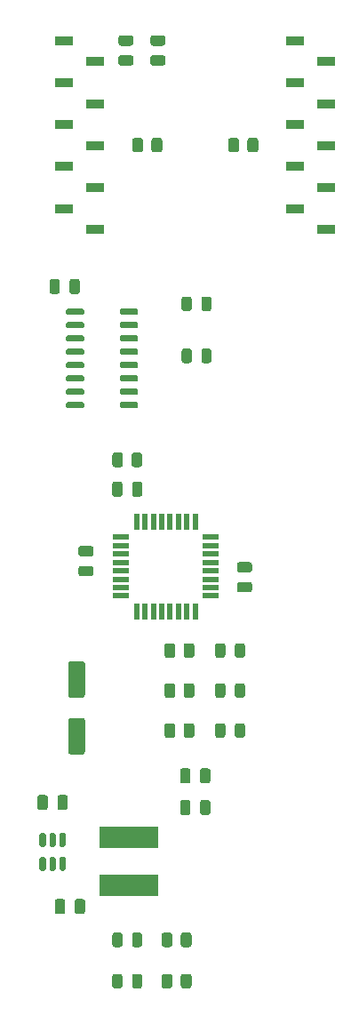
<source format=gtp>
G04 #@! TF.GenerationSoftware,KiCad,Pcbnew,6.0.2+dfsg-1*
G04 #@! TF.CreationDate,2023-09-16T21:21:40-06:00*
G04 #@! TF.ProjectId,ckt-xbeeio-acsw,636b742d-7862-4656-9569-6f2d61637377,rev?*
G04 #@! TF.SameCoordinates,Original*
G04 #@! TF.FileFunction,Paste,Top*
G04 #@! TF.FilePolarity,Positive*
%FSLAX46Y46*%
G04 Gerber Fmt 4.6, Leading zero omitted, Abs format (unit mm)*
G04 Created by KiCad (PCBNEW 6.0.2+dfsg-1) date 2023-09-16 21:21:40*
%MOMM*%
%LPD*%
G01*
G04 APERTURE LIST*
%ADD10R,1.600000X0.550000*%
%ADD11R,0.550000X1.600000*%
%ADD12R,1.699260X0.848360*%
%ADD13R,5.562600X2.108200*%
G04 APERTURE END LIST*
D10*
X104335000Y-120898000D03*
X104335000Y-121698000D03*
X104335000Y-122498000D03*
X104335000Y-123298000D03*
X104335000Y-124098000D03*
X104335000Y-124898000D03*
X104335000Y-125698000D03*
X104335000Y-126498000D03*
D11*
X105785000Y-127948000D03*
X106585000Y-127948000D03*
X107385000Y-127948000D03*
X108185000Y-127948000D03*
X108985000Y-127948000D03*
X109785000Y-127948000D03*
X110585000Y-127948000D03*
X111385000Y-127948000D03*
D10*
X112835000Y-126498000D03*
X112835000Y-125698000D03*
X112835000Y-124898000D03*
X112835000Y-124098000D03*
X112835000Y-123298000D03*
X112835000Y-122498000D03*
X112835000Y-121698000D03*
X112835000Y-120898000D03*
D11*
X111385000Y-119448000D03*
X110585000Y-119448000D03*
X109785000Y-119448000D03*
X108985000Y-119448000D03*
X108185000Y-119448000D03*
X107385000Y-119448000D03*
X106585000Y-119448000D03*
X105785000Y-119448000D03*
G36*
G01*
X103477000Y-159714250D02*
X103477000Y-158801750D01*
G75*
G02*
X103720750Y-158558000I243750J0D01*
G01*
X104208250Y-158558000D01*
G75*
G02*
X104452000Y-158801750I0J-243750D01*
G01*
X104452000Y-159714250D01*
G75*
G02*
X104208250Y-159958000I-243750J0D01*
G01*
X103720750Y-159958000D01*
G75*
G02*
X103477000Y-159714250I0J243750D01*
G01*
G37*
G36*
G01*
X105352000Y-159714250D02*
X105352000Y-158801750D01*
G75*
G02*
X105595750Y-158558000I243750J0D01*
G01*
X106083250Y-158558000D01*
G75*
G02*
X106327000Y-158801750I0J-243750D01*
G01*
X106327000Y-159714250D01*
G75*
G02*
X106083250Y-159958000I-243750J0D01*
G01*
X105595750Y-159958000D01*
G75*
G02*
X105352000Y-159714250I0J243750D01*
G01*
G37*
D12*
X98879660Y-73599040D03*
X101879400Y-75600560D03*
X98879660Y-77599540D03*
X101879400Y-79601060D03*
X98879660Y-81600040D03*
X101879400Y-83599020D03*
X98879660Y-85600540D03*
X101879400Y-87599520D03*
X98879660Y-89601040D03*
X101879400Y-91600020D03*
X123878340Y-91600020D03*
X120878600Y-89601040D03*
X123878340Y-87599520D03*
X120878600Y-85600540D03*
X123878340Y-83599020D03*
X120878600Y-81600040D03*
X123878340Y-79601060D03*
X120878600Y-77599540D03*
X123878340Y-75600560D03*
X120878600Y-73599040D03*
G36*
G01*
X101440000Y-124640000D02*
X100490000Y-124640000D01*
G75*
G02*
X100240000Y-124390000I0J250000D01*
G01*
X100240000Y-123890000D01*
G75*
G02*
X100490000Y-123640000I250000J0D01*
G01*
X101440000Y-123640000D01*
G75*
G02*
X101690000Y-123890000I0J-250000D01*
G01*
X101690000Y-124390000D01*
G75*
G02*
X101440000Y-124640000I-250000J0D01*
G01*
G37*
G36*
G01*
X101440000Y-122740000D02*
X100490000Y-122740000D01*
G75*
G02*
X100240000Y-122490000I0J250000D01*
G01*
X100240000Y-121990000D01*
G75*
G02*
X100490000Y-121740000I250000J0D01*
G01*
X101440000Y-121740000D01*
G75*
G02*
X101690000Y-121990000I0J-250000D01*
G01*
X101690000Y-122490000D01*
G75*
G02*
X101440000Y-122740000I-250000J0D01*
G01*
G37*
G36*
G01*
X116118500Y-135052750D02*
X116118500Y-135965250D01*
G75*
G02*
X115874750Y-136209000I-243750J0D01*
G01*
X115387250Y-136209000D01*
G75*
G02*
X115143500Y-135965250I0J243750D01*
G01*
X115143500Y-135052750D01*
G75*
G02*
X115387250Y-134809000I243750J0D01*
G01*
X115874750Y-134809000D01*
G75*
G02*
X116118500Y-135052750I0J-243750D01*
G01*
G37*
G36*
G01*
X114243500Y-135052750D02*
X114243500Y-135965250D01*
G75*
G02*
X113999750Y-136209000I-243750J0D01*
G01*
X113512250Y-136209000D01*
G75*
G02*
X113268500Y-135965250I0J243750D01*
G01*
X113268500Y-135052750D01*
G75*
G02*
X113512250Y-134809000I243750J0D01*
G01*
X113999750Y-134809000D01*
G75*
G02*
X114243500Y-135052750I0J-243750D01*
G01*
G37*
G36*
G01*
X116118500Y-138862750D02*
X116118500Y-139775250D01*
G75*
G02*
X115874750Y-140019000I-243750J0D01*
G01*
X115387250Y-140019000D01*
G75*
G02*
X115143500Y-139775250I0J243750D01*
G01*
X115143500Y-138862750D01*
G75*
G02*
X115387250Y-138619000I243750J0D01*
G01*
X115874750Y-138619000D01*
G75*
G02*
X116118500Y-138862750I0J-243750D01*
G01*
G37*
G36*
G01*
X114243500Y-138862750D02*
X114243500Y-139775250D01*
G75*
G02*
X113999750Y-140019000I-243750J0D01*
G01*
X113512250Y-140019000D01*
G75*
G02*
X113268500Y-139775250I0J243750D01*
G01*
X113268500Y-138862750D01*
G75*
G02*
X113512250Y-138619000I243750J0D01*
G01*
X113999750Y-138619000D01*
G75*
G02*
X114243500Y-138862750I0J-243750D01*
G01*
G37*
G36*
G01*
X99526000Y-132710000D02*
X100626000Y-132710000D01*
G75*
G02*
X100876000Y-132960000I0J-250000D01*
G01*
X100876000Y-135960000D01*
G75*
G02*
X100626000Y-136210000I-250000J0D01*
G01*
X99526000Y-136210000D01*
G75*
G02*
X99276000Y-135960000I0J250000D01*
G01*
X99276000Y-132960000D01*
G75*
G02*
X99526000Y-132710000I250000J0D01*
G01*
G37*
G36*
G01*
X99526000Y-138110000D02*
X100626000Y-138110000D01*
G75*
G02*
X100876000Y-138360000I0J-250000D01*
G01*
X100876000Y-141360000D01*
G75*
G02*
X100626000Y-141610000I-250000J0D01*
G01*
X99526000Y-141610000D01*
G75*
G02*
X99276000Y-141360000I0J250000D01*
G01*
X99276000Y-138360000D01*
G75*
G02*
X99526000Y-138110000I250000J0D01*
G01*
G37*
G36*
G01*
X109929000Y-144112000D02*
X109929000Y-143162000D01*
G75*
G02*
X110179000Y-142912000I250000J0D01*
G01*
X110679000Y-142912000D01*
G75*
G02*
X110929000Y-143162000I0J-250000D01*
G01*
X110929000Y-144112000D01*
G75*
G02*
X110679000Y-144362000I-250000J0D01*
G01*
X110179000Y-144362000D01*
G75*
G02*
X109929000Y-144112000I0J250000D01*
G01*
G37*
G36*
G01*
X111829000Y-144112000D02*
X111829000Y-143162000D01*
G75*
G02*
X112079000Y-142912000I250000J0D01*
G01*
X112579000Y-142912000D01*
G75*
G02*
X112829000Y-143162000I0J-250000D01*
G01*
X112829000Y-144112000D01*
G75*
G02*
X112579000Y-144362000I-250000J0D01*
G01*
X112079000Y-144362000D01*
G75*
G02*
X111829000Y-144112000I0J250000D01*
G01*
G37*
G36*
G01*
X116118500Y-131242750D02*
X116118500Y-132155250D01*
G75*
G02*
X115874750Y-132399000I-243750J0D01*
G01*
X115387250Y-132399000D01*
G75*
G02*
X115143500Y-132155250I0J243750D01*
G01*
X115143500Y-131242750D01*
G75*
G02*
X115387250Y-130999000I243750J0D01*
G01*
X115874750Y-130999000D01*
G75*
G02*
X116118500Y-131242750I0J-243750D01*
G01*
G37*
G36*
G01*
X114243500Y-131242750D02*
X114243500Y-132155250D01*
G75*
G02*
X113999750Y-132399000I-243750J0D01*
G01*
X113512250Y-132399000D01*
G75*
G02*
X113268500Y-132155250I0J243750D01*
G01*
X113268500Y-131242750D01*
G75*
G02*
X113512250Y-130999000I243750J0D01*
G01*
X113999750Y-130999000D01*
G75*
G02*
X114243500Y-131242750I0J-243750D01*
G01*
G37*
G36*
G01*
X97483000Y-97503000D02*
X97483000Y-96553000D01*
G75*
G02*
X97733000Y-96303000I250000J0D01*
G01*
X98233000Y-96303000D01*
G75*
G02*
X98483000Y-96553000I0J-250000D01*
G01*
X98483000Y-97503000D01*
G75*
G02*
X98233000Y-97753000I-250000J0D01*
G01*
X97733000Y-97753000D01*
G75*
G02*
X97483000Y-97503000I0J250000D01*
G01*
G37*
G36*
G01*
X99383000Y-97503000D02*
X99383000Y-96553000D01*
G75*
G02*
X99633000Y-96303000I250000J0D01*
G01*
X100133000Y-96303000D01*
G75*
G02*
X100383000Y-96553000I0J-250000D01*
G01*
X100383000Y-97503000D01*
G75*
G02*
X100133000Y-97753000I-250000J0D01*
G01*
X99633000Y-97753000D01*
G75*
G02*
X99383000Y-97503000I0J250000D01*
G01*
G37*
G36*
G01*
X104300000Y-73099000D02*
X105250000Y-73099000D01*
G75*
G02*
X105500000Y-73349000I0J-250000D01*
G01*
X105500000Y-73849000D01*
G75*
G02*
X105250000Y-74099000I-250000J0D01*
G01*
X104300000Y-74099000D01*
G75*
G02*
X104050000Y-73849000I0J250000D01*
G01*
X104050000Y-73349000D01*
G75*
G02*
X104300000Y-73099000I250000J0D01*
G01*
G37*
G36*
G01*
X104300000Y-74999000D02*
X105250000Y-74999000D01*
G75*
G02*
X105500000Y-75249000I0J-250000D01*
G01*
X105500000Y-75749000D01*
G75*
G02*
X105250000Y-75999000I-250000J0D01*
G01*
X104300000Y-75999000D01*
G75*
G02*
X104050000Y-75749000I0J250000D01*
G01*
X104050000Y-75249000D01*
G75*
G02*
X104300000Y-74999000I250000J0D01*
G01*
G37*
G36*
G01*
X110081000Y-104088250D02*
X110081000Y-103175750D01*
G75*
G02*
X110324750Y-102932000I243750J0D01*
G01*
X110812250Y-102932000D01*
G75*
G02*
X111056000Y-103175750I0J-243750D01*
G01*
X111056000Y-104088250D01*
G75*
G02*
X110812250Y-104332000I-243750J0D01*
G01*
X110324750Y-104332000D01*
G75*
G02*
X110081000Y-104088250I0J243750D01*
G01*
G37*
G36*
G01*
X111956000Y-104088250D02*
X111956000Y-103175750D01*
G75*
G02*
X112199750Y-102932000I243750J0D01*
G01*
X112687250Y-102932000D01*
G75*
G02*
X112931000Y-103175750I0J-243750D01*
G01*
X112931000Y-104088250D01*
G75*
G02*
X112687250Y-104332000I-243750J0D01*
G01*
X112199750Y-104332000D01*
G75*
G02*
X111956000Y-104088250I0J243750D01*
G01*
G37*
G36*
G01*
X106327000Y-113088000D02*
X106327000Y-113988000D01*
G75*
G02*
X106077000Y-114238000I-250000J0D01*
G01*
X105552000Y-114238000D01*
G75*
G02*
X105302000Y-113988000I0J250000D01*
G01*
X105302000Y-113088000D01*
G75*
G02*
X105552000Y-112838000I250000J0D01*
G01*
X106077000Y-112838000D01*
G75*
G02*
X106327000Y-113088000I0J-250000D01*
G01*
G37*
G36*
G01*
X104502000Y-113088000D02*
X104502000Y-113988000D01*
G75*
G02*
X104252000Y-114238000I-250000J0D01*
G01*
X103727000Y-114238000D01*
G75*
G02*
X103477000Y-113988000I0J250000D01*
G01*
X103477000Y-113088000D01*
G75*
G02*
X103727000Y-112838000I250000J0D01*
G01*
X104252000Y-112838000D01*
G75*
G02*
X104502000Y-113088000I0J-250000D01*
G01*
G37*
G36*
G01*
X110081000Y-99135250D02*
X110081000Y-98222750D01*
G75*
G02*
X110324750Y-97979000I243750J0D01*
G01*
X110812250Y-97979000D01*
G75*
G02*
X111056000Y-98222750I0J-243750D01*
G01*
X111056000Y-99135250D01*
G75*
G02*
X110812250Y-99379000I-243750J0D01*
G01*
X110324750Y-99379000D01*
G75*
G02*
X110081000Y-99135250I0J243750D01*
G01*
G37*
G36*
G01*
X111956000Y-99135250D02*
X111956000Y-98222750D01*
G75*
G02*
X112199750Y-97979000I243750J0D01*
G01*
X112687250Y-97979000D01*
G75*
G02*
X112931000Y-98222750I0J-243750D01*
G01*
X112931000Y-99135250D01*
G75*
G02*
X112687250Y-99379000I-243750J0D01*
G01*
X112199750Y-99379000D01*
G75*
G02*
X111956000Y-99135250I0J243750D01*
G01*
G37*
G36*
G01*
X108176000Y-163645000D02*
X108176000Y-162745000D01*
G75*
G02*
X108426000Y-162495000I250000J0D01*
G01*
X108951000Y-162495000D01*
G75*
G02*
X109201000Y-162745000I0J-250000D01*
G01*
X109201000Y-163645000D01*
G75*
G02*
X108951000Y-163895000I-250000J0D01*
G01*
X108426000Y-163895000D01*
G75*
G02*
X108176000Y-163645000I0J250000D01*
G01*
G37*
G36*
G01*
X110001000Y-163645000D02*
X110001000Y-162745000D01*
G75*
G02*
X110251000Y-162495000I250000J0D01*
G01*
X110776000Y-162495000D01*
G75*
G02*
X111026000Y-162745000I0J-250000D01*
G01*
X111026000Y-163645000D01*
G75*
G02*
X110776000Y-163895000I-250000J0D01*
G01*
X110251000Y-163895000D01*
G75*
G02*
X110001000Y-163645000I0J250000D01*
G01*
G37*
G36*
G01*
X109929000Y-147127000D02*
X109929000Y-146177000D01*
G75*
G02*
X110179000Y-145927000I250000J0D01*
G01*
X110679000Y-145927000D01*
G75*
G02*
X110929000Y-146177000I0J-250000D01*
G01*
X110929000Y-147127000D01*
G75*
G02*
X110679000Y-147377000I-250000J0D01*
G01*
X110179000Y-147377000D01*
G75*
G02*
X109929000Y-147127000I0J250000D01*
G01*
G37*
G36*
G01*
X111829000Y-147127000D02*
X111829000Y-146177000D01*
G75*
G02*
X112079000Y-145927000I250000J0D01*
G01*
X112579000Y-145927000D01*
G75*
G02*
X112829000Y-146177000I0J-250000D01*
G01*
X112829000Y-147127000D01*
G75*
G02*
X112579000Y-147377000I-250000J0D01*
G01*
X112079000Y-147377000D01*
G75*
G02*
X111829000Y-147127000I0J250000D01*
G01*
G37*
G36*
G01*
X108232000Y-83106380D02*
X108232000Y-84006380D01*
G75*
G02*
X107982000Y-84256380I-250000J0D01*
G01*
X107457000Y-84256380D01*
G75*
G02*
X107207000Y-84006380I0J250000D01*
G01*
X107207000Y-83106380D01*
G75*
G02*
X107457000Y-82856380I250000J0D01*
G01*
X107982000Y-82856380D01*
G75*
G02*
X108232000Y-83106380I0J-250000D01*
G01*
G37*
G36*
G01*
X106407000Y-83106380D02*
X106407000Y-84006380D01*
G75*
G02*
X106157000Y-84256380I-250000J0D01*
G01*
X105632000Y-84256380D01*
G75*
G02*
X105382000Y-84006380I0J250000D01*
G01*
X105382000Y-83106380D01*
G75*
G02*
X105632000Y-82856380I250000J0D01*
G01*
X106157000Y-82856380D01*
G75*
G02*
X106407000Y-83106380I0J-250000D01*
G01*
G37*
G36*
G01*
X105939000Y-108181000D02*
X105939000Y-108481000D01*
G75*
G02*
X105789000Y-108631000I-150000J0D01*
G01*
X104339000Y-108631000D01*
G75*
G02*
X104189000Y-108481000I0J150000D01*
G01*
X104189000Y-108181000D01*
G75*
G02*
X104339000Y-108031000I150000J0D01*
G01*
X105789000Y-108031000D01*
G75*
G02*
X105939000Y-108181000I0J-150000D01*
G01*
G37*
G36*
G01*
X105939000Y-106911000D02*
X105939000Y-107211000D01*
G75*
G02*
X105789000Y-107361000I-150000J0D01*
G01*
X104339000Y-107361000D01*
G75*
G02*
X104189000Y-107211000I0J150000D01*
G01*
X104189000Y-106911000D01*
G75*
G02*
X104339000Y-106761000I150000J0D01*
G01*
X105789000Y-106761000D01*
G75*
G02*
X105939000Y-106911000I0J-150000D01*
G01*
G37*
G36*
G01*
X105939000Y-105641000D02*
X105939000Y-105941000D01*
G75*
G02*
X105789000Y-106091000I-150000J0D01*
G01*
X104339000Y-106091000D01*
G75*
G02*
X104189000Y-105941000I0J150000D01*
G01*
X104189000Y-105641000D01*
G75*
G02*
X104339000Y-105491000I150000J0D01*
G01*
X105789000Y-105491000D01*
G75*
G02*
X105939000Y-105641000I0J-150000D01*
G01*
G37*
G36*
G01*
X105939000Y-104371000D02*
X105939000Y-104671000D01*
G75*
G02*
X105789000Y-104821000I-150000J0D01*
G01*
X104339000Y-104821000D01*
G75*
G02*
X104189000Y-104671000I0J150000D01*
G01*
X104189000Y-104371000D01*
G75*
G02*
X104339000Y-104221000I150000J0D01*
G01*
X105789000Y-104221000D01*
G75*
G02*
X105939000Y-104371000I0J-150000D01*
G01*
G37*
G36*
G01*
X105939000Y-103101000D02*
X105939000Y-103401000D01*
G75*
G02*
X105789000Y-103551000I-150000J0D01*
G01*
X104339000Y-103551000D01*
G75*
G02*
X104189000Y-103401000I0J150000D01*
G01*
X104189000Y-103101000D01*
G75*
G02*
X104339000Y-102951000I150000J0D01*
G01*
X105789000Y-102951000D01*
G75*
G02*
X105939000Y-103101000I0J-150000D01*
G01*
G37*
G36*
G01*
X105939000Y-101831000D02*
X105939000Y-102131000D01*
G75*
G02*
X105789000Y-102281000I-150000J0D01*
G01*
X104339000Y-102281000D01*
G75*
G02*
X104189000Y-102131000I0J150000D01*
G01*
X104189000Y-101831000D01*
G75*
G02*
X104339000Y-101681000I150000J0D01*
G01*
X105789000Y-101681000D01*
G75*
G02*
X105939000Y-101831000I0J-150000D01*
G01*
G37*
G36*
G01*
X105939000Y-100561000D02*
X105939000Y-100861000D01*
G75*
G02*
X105789000Y-101011000I-150000J0D01*
G01*
X104339000Y-101011000D01*
G75*
G02*
X104189000Y-100861000I0J150000D01*
G01*
X104189000Y-100561000D01*
G75*
G02*
X104339000Y-100411000I150000J0D01*
G01*
X105789000Y-100411000D01*
G75*
G02*
X105939000Y-100561000I0J-150000D01*
G01*
G37*
G36*
G01*
X105939000Y-99291000D02*
X105939000Y-99591000D01*
G75*
G02*
X105789000Y-99741000I-150000J0D01*
G01*
X104339000Y-99741000D01*
G75*
G02*
X104189000Y-99591000I0J150000D01*
G01*
X104189000Y-99291000D01*
G75*
G02*
X104339000Y-99141000I150000J0D01*
G01*
X105789000Y-99141000D01*
G75*
G02*
X105939000Y-99291000I0J-150000D01*
G01*
G37*
G36*
G01*
X100789000Y-99291000D02*
X100789000Y-99591000D01*
G75*
G02*
X100639000Y-99741000I-150000J0D01*
G01*
X99189000Y-99741000D01*
G75*
G02*
X99039000Y-99591000I0J150000D01*
G01*
X99039000Y-99291000D01*
G75*
G02*
X99189000Y-99141000I150000J0D01*
G01*
X100639000Y-99141000D01*
G75*
G02*
X100789000Y-99291000I0J-150000D01*
G01*
G37*
G36*
G01*
X100789000Y-100561000D02*
X100789000Y-100861000D01*
G75*
G02*
X100639000Y-101011000I-150000J0D01*
G01*
X99189000Y-101011000D01*
G75*
G02*
X99039000Y-100861000I0J150000D01*
G01*
X99039000Y-100561000D01*
G75*
G02*
X99189000Y-100411000I150000J0D01*
G01*
X100639000Y-100411000D01*
G75*
G02*
X100789000Y-100561000I0J-150000D01*
G01*
G37*
G36*
G01*
X100789000Y-101831000D02*
X100789000Y-102131000D01*
G75*
G02*
X100639000Y-102281000I-150000J0D01*
G01*
X99189000Y-102281000D01*
G75*
G02*
X99039000Y-102131000I0J150000D01*
G01*
X99039000Y-101831000D01*
G75*
G02*
X99189000Y-101681000I150000J0D01*
G01*
X100639000Y-101681000D01*
G75*
G02*
X100789000Y-101831000I0J-150000D01*
G01*
G37*
G36*
G01*
X100789000Y-103101000D02*
X100789000Y-103401000D01*
G75*
G02*
X100639000Y-103551000I-150000J0D01*
G01*
X99189000Y-103551000D01*
G75*
G02*
X99039000Y-103401000I0J150000D01*
G01*
X99039000Y-103101000D01*
G75*
G02*
X99189000Y-102951000I150000J0D01*
G01*
X100639000Y-102951000D01*
G75*
G02*
X100789000Y-103101000I0J-150000D01*
G01*
G37*
G36*
G01*
X100789000Y-104371000D02*
X100789000Y-104671000D01*
G75*
G02*
X100639000Y-104821000I-150000J0D01*
G01*
X99189000Y-104821000D01*
G75*
G02*
X99039000Y-104671000I0J150000D01*
G01*
X99039000Y-104371000D01*
G75*
G02*
X99189000Y-104221000I150000J0D01*
G01*
X100639000Y-104221000D01*
G75*
G02*
X100789000Y-104371000I0J-150000D01*
G01*
G37*
G36*
G01*
X100789000Y-105641000D02*
X100789000Y-105941000D01*
G75*
G02*
X100639000Y-106091000I-150000J0D01*
G01*
X99189000Y-106091000D01*
G75*
G02*
X99039000Y-105941000I0J150000D01*
G01*
X99039000Y-105641000D01*
G75*
G02*
X99189000Y-105491000I150000J0D01*
G01*
X100639000Y-105491000D01*
G75*
G02*
X100789000Y-105641000I0J-150000D01*
G01*
G37*
G36*
G01*
X100789000Y-106911000D02*
X100789000Y-107211000D01*
G75*
G02*
X100639000Y-107361000I-150000J0D01*
G01*
X99189000Y-107361000D01*
G75*
G02*
X99039000Y-107211000I0J150000D01*
G01*
X99039000Y-106911000D01*
G75*
G02*
X99189000Y-106761000I150000J0D01*
G01*
X100639000Y-106761000D01*
G75*
G02*
X100789000Y-106911000I0J-150000D01*
G01*
G37*
G36*
G01*
X100789000Y-108181000D02*
X100789000Y-108481000D01*
G75*
G02*
X100639000Y-108631000I-150000J0D01*
G01*
X99189000Y-108631000D01*
G75*
G02*
X99039000Y-108481000I0J150000D01*
G01*
X99039000Y-108181000D01*
G75*
G02*
X99189000Y-108031000I150000J0D01*
G01*
X100639000Y-108031000D01*
G75*
G02*
X100789000Y-108181000I0J-150000D01*
G01*
G37*
G36*
G01*
X116553000Y-126164000D02*
X115603000Y-126164000D01*
G75*
G02*
X115353000Y-125914000I0J250000D01*
G01*
X115353000Y-125414000D01*
G75*
G02*
X115603000Y-125164000I250000J0D01*
G01*
X116553000Y-125164000D01*
G75*
G02*
X116803000Y-125414000I0J-250000D01*
G01*
X116803000Y-125914000D01*
G75*
G02*
X116553000Y-126164000I-250000J0D01*
G01*
G37*
G36*
G01*
X116553000Y-124264000D02*
X115603000Y-124264000D01*
G75*
G02*
X115353000Y-124014000I0J250000D01*
G01*
X115353000Y-123514000D01*
G75*
G02*
X115603000Y-123264000I250000J0D01*
G01*
X116553000Y-123264000D01*
G75*
G02*
X116803000Y-123514000I0J-250000D01*
G01*
X116803000Y-124014000D01*
G75*
G02*
X116553000Y-124264000I-250000J0D01*
G01*
G37*
G36*
G01*
X114526000Y-84006380D02*
X114526000Y-83106380D01*
G75*
G02*
X114776000Y-82856380I250000J0D01*
G01*
X115301000Y-82856380D01*
G75*
G02*
X115551000Y-83106380I0J-250000D01*
G01*
X115551000Y-84006380D01*
G75*
G02*
X115301000Y-84256380I-250000J0D01*
G01*
X114776000Y-84256380D01*
G75*
G02*
X114526000Y-84006380I0J250000D01*
G01*
G37*
G36*
G01*
X116351000Y-84006380D02*
X116351000Y-83106380D01*
G75*
G02*
X116601000Y-82856380I250000J0D01*
G01*
X117126000Y-82856380D01*
G75*
G02*
X117376000Y-83106380I0J-250000D01*
G01*
X117376000Y-84006380D01*
G75*
G02*
X117126000Y-84256380I-250000J0D01*
G01*
X116601000Y-84256380D01*
G75*
G02*
X116351000Y-84006380I0J250000D01*
G01*
G37*
G36*
G01*
X98590000Y-149076000D02*
X98890000Y-149076000D01*
G75*
G02*
X99040000Y-149226000I0J-150000D01*
G01*
X99040000Y-150251000D01*
G75*
G02*
X98890000Y-150401000I-150000J0D01*
G01*
X98590000Y-150401000D01*
G75*
G02*
X98440000Y-150251000I0J150000D01*
G01*
X98440000Y-149226000D01*
G75*
G02*
X98590000Y-149076000I150000J0D01*
G01*
G37*
G36*
G01*
X97640000Y-149076000D02*
X97940000Y-149076000D01*
G75*
G02*
X98090000Y-149226000I0J-150000D01*
G01*
X98090000Y-150251000D01*
G75*
G02*
X97940000Y-150401000I-150000J0D01*
G01*
X97640000Y-150401000D01*
G75*
G02*
X97490000Y-150251000I0J150000D01*
G01*
X97490000Y-149226000D01*
G75*
G02*
X97640000Y-149076000I150000J0D01*
G01*
G37*
G36*
G01*
X96690000Y-149076000D02*
X96990000Y-149076000D01*
G75*
G02*
X97140000Y-149226000I0J-150000D01*
G01*
X97140000Y-150251000D01*
G75*
G02*
X96990000Y-150401000I-150000J0D01*
G01*
X96690000Y-150401000D01*
G75*
G02*
X96540000Y-150251000I0J150000D01*
G01*
X96540000Y-149226000D01*
G75*
G02*
X96690000Y-149076000I150000J0D01*
G01*
G37*
G36*
G01*
X96690000Y-151351000D02*
X96990000Y-151351000D01*
G75*
G02*
X97140000Y-151501000I0J-150000D01*
G01*
X97140000Y-152526000D01*
G75*
G02*
X96990000Y-152676000I-150000J0D01*
G01*
X96690000Y-152676000D01*
G75*
G02*
X96540000Y-152526000I0J150000D01*
G01*
X96540000Y-151501000D01*
G75*
G02*
X96690000Y-151351000I150000J0D01*
G01*
G37*
G36*
G01*
X97640000Y-151351000D02*
X97940000Y-151351000D01*
G75*
G02*
X98090000Y-151501000I0J-150000D01*
G01*
X98090000Y-152526000D01*
G75*
G02*
X97940000Y-152676000I-150000J0D01*
G01*
X97640000Y-152676000D01*
G75*
G02*
X97490000Y-152526000I0J150000D01*
G01*
X97490000Y-151501000D01*
G75*
G02*
X97640000Y-151351000I150000J0D01*
G01*
G37*
G36*
G01*
X98590000Y-151351000D02*
X98890000Y-151351000D01*
G75*
G02*
X99040000Y-151501000I0J-150000D01*
G01*
X99040000Y-152526000D01*
G75*
G02*
X98890000Y-152676000I-150000J0D01*
G01*
X98590000Y-152676000D01*
G75*
G02*
X98440000Y-152526000I0J150000D01*
G01*
X98440000Y-151501000D01*
G75*
G02*
X98590000Y-151351000I150000J0D01*
G01*
G37*
D13*
X105029000Y-154063700D03*
X105029000Y-149466300D03*
G36*
G01*
X111292500Y-131249000D02*
X111292500Y-132149000D01*
G75*
G02*
X111042500Y-132399000I-250000J0D01*
G01*
X110517500Y-132399000D01*
G75*
G02*
X110267500Y-132149000I0J250000D01*
G01*
X110267500Y-131249000D01*
G75*
G02*
X110517500Y-130999000I250000J0D01*
G01*
X111042500Y-130999000D01*
G75*
G02*
X111292500Y-131249000I0J-250000D01*
G01*
G37*
G36*
G01*
X109467500Y-131249000D02*
X109467500Y-132149000D01*
G75*
G02*
X109217500Y-132399000I-250000J0D01*
G01*
X108692500Y-132399000D01*
G75*
G02*
X108442500Y-132149000I0J250000D01*
G01*
X108442500Y-131249000D01*
G75*
G02*
X108692500Y-130999000I250000J0D01*
G01*
X109217500Y-130999000D01*
G75*
G02*
X109467500Y-131249000I0J-250000D01*
G01*
G37*
G36*
G01*
X96340000Y-146652000D02*
X96340000Y-145702000D01*
G75*
G02*
X96590000Y-145452000I250000J0D01*
G01*
X97090000Y-145452000D01*
G75*
G02*
X97340000Y-145702000I0J-250000D01*
G01*
X97340000Y-146652000D01*
G75*
G02*
X97090000Y-146902000I-250000J0D01*
G01*
X96590000Y-146902000D01*
G75*
G02*
X96340000Y-146652000I0J250000D01*
G01*
G37*
G36*
G01*
X98240000Y-146652000D02*
X98240000Y-145702000D01*
G75*
G02*
X98490000Y-145452000I250000J0D01*
G01*
X98990000Y-145452000D01*
G75*
G02*
X99240000Y-145702000I0J-250000D01*
G01*
X99240000Y-146652000D01*
G75*
G02*
X98990000Y-146902000I-250000J0D01*
G01*
X98490000Y-146902000D01*
G75*
G02*
X98240000Y-146652000I0J250000D01*
G01*
G37*
G36*
G01*
X108176000Y-159708000D02*
X108176000Y-158808000D01*
G75*
G02*
X108426000Y-158558000I250000J0D01*
G01*
X108951000Y-158558000D01*
G75*
G02*
X109201000Y-158808000I0J-250000D01*
G01*
X109201000Y-159708000D01*
G75*
G02*
X108951000Y-159958000I-250000J0D01*
G01*
X108426000Y-159958000D01*
G75*
G02*
X108176000Y-159708000I0J250000D01*
G01*
G37*
G36*
G01*
X110001000Y-159708000D02*
X110001000Y-158808000D01*
G75*
G02*
X110251000Y-158558000I250000J0D01*
G01*
X110776000Y-158558000D01*
G75*
G02*
X111026000Y-158808000I0J-250000D01*
G01*
X111026000Y-159708000D01*
G75*
G02*
X110776000Y-159958000I-250000J0D01*
G01*
X110251000Y-159958000D01*
G75*
G02*
X110001000Y-159708000I0J250000D01*
G01*
G37*
G36*
G01*
X111292500Y-135059000D02*
X111292500Y-135959000D01*
G75*
G02*
X111042500Y-136209000I-250000J0D01*
G01*
X110517500Y-136209000D01*
G75*
G02*
X110267500Y-135959000I0J250000D01*
G01*
X110267500Y-135059000D01*
G75*
G02*
X110517500Y-134809000I250000J0D01*
G01*
X111042500Y-134809000D01*
G75*
G02*
X111292500Y-135059000I0J-250000D01*
G01*
G37*
G36*
G01*
X109467500Y-135059000D02*
X109467500Y-135959000D01*
G75*
G02*
X109217500Y-136209000I-250000J0D01*
G01*
X108692500Y-136209000D01*
G75*
G02*
X108442500Y-135959000I0J250000D01*
G01*
X108442500Y-135059000D01*
G75*
G02*
X108692500Y-134809000I250000J0D01*
G01*
X109217500Y-134809000D01*
G75*
G02*
X109467500Y-135059000I0J-250000D01*
G01*
G37*
G36*
G01*
X107348000Y-73099000D02*
X108298000Y-73099000D01*
G75*
G02*
X108548000Y-73349000I0J-250000D01*
G01*
X108548000Y-73849000D01*
G75*
G02*
X108298000Y-74099000I-250000J0D01*
G01*
X107348000Y-74099000D01*
G75*
G02*
X107098000Y-73849000I0J250000D01*
G01*
X107098000Y-73349000D01*
G75*
G02*
X107348000Y-73099000I250000J0D01*
G01*
G37*
G36*
G01*
X107348000Y-74999000D02*
X108298000Y-74999000D01*
G75*
G02*
X108548000Y-75249000I0J-250000D01*
G01*
X108548000Y-75749000D01*
G75*
G02*
X108298000Y-75999000I-250000J0D01*
G01*
X107348000Y-75999000D01*
G75*
G02*
X107098000Y-75749000I0J250000D01*
G01*
X107098000Y-75249000D01*
G75*
G02*
X107348000Y-74999000I250000J0D01*
G01*
G37*
G36*
G01*
X111292500Y-138869000D02*
X111292500Y-139769000D01*
G75*
G02*
X111042500Y-140019000I-250000J0D01*
G01*
X110517500Y-140019000D01*
G75*
G02*
X110267500Y-139769000I0J250000D01*
G01*
X110267500Y-138869000D01*
G75*
G02*
X110517500Y-138619000I250000J0D01*
G01*
X111042500Y-138619000D01*
G75*
G02*
X111292500Y-138869000I0J-250000D01*
G01*
G37*
G36*
G01*
X109467500Y-138869000D02*
X109467500Y-139769000D01*
G75*
G02*
X109217500Y-140019000I-250000J0D01*
G01*
X108692500Y-140019000D01*
G75*
G02*
X108442500Y-139769000I0J250000D01*
G01*
X108442500Y-138869000D01*
G75*
G02*
X108692500Y-138619000I250000J0D01*
G01*
X109217500Y-138619000D01*
G75*
G02*
X109467500Y-138869000I0J-250000D01*
G01*
G37*
G36*
G01*
X106352000Y-115857000D02*
X106352000Y-116807000D01*
G75*
G02*
X106102000Y-117057000I-250000J0D01*
G01*
X105602000Y-117057000D01*
G75*
G02*
X105352000Y-116807000I0J250000D01*
G01*
X105352000Y-115857000D01*
G75*
G02*
X105602000Y-115607000I250000J0D01*
G01*
X106102000Y-115607000D01*
G75*
G02*
X106352000Y-115857000I0J-250000D01*
G01*
G37*
G36*
G01*
X104452000Y-115857000D02*
X104452000Y-116807000D01*
G75*
G02*
X104202000Y-117057000I-250000J0D01*
G01*
X103702000Y-117057000D01*
G75*
G02*
X103452000Y-116807000I0J250000D01*
G01*
X103452000Y-115857000D01*
G75*
G02*
X103702000Y-115607000I250000J0D01*
G01*
X104202000Y-115607000D01*
G75*
G02*
X104452000Y-115857000I0J-250000D01*
G01*
G37*
G36*
G01*
X97991000Y-156558000D02*
X97991000Y-155608000D01*
G75*
G02*
X98241000Y-155358000I250000J0D01*
G01*
X98741000Y-155358000D01*
G75*
G02*
X98991000Y-155608000I0J-250000D01*
G01*
X98991000Y-156558000D01*
G75*
G02*
X98741000Y-156808000I-250000J0D01*
G01*
X98241000Y-156808000D01*
G75*
G02*
X97991000Y-156558000I0J250000D01*
G01*
G37*
G36*
G01*
X99891000Y-156558000D02*
X99891000Y-155608000D01*
G75*
G02*
X100141000Y-155358000I250000J0D01*
G01*
X100641000Y-155358000D01*
G75*
G02*
X100891000Y-155608000I0J-250000D01*
G01*
X100891000Y-156558000D01*
G75*
G02*
X100641000Y-156808000I-250000J0D01*
G01*
X100141000Y-156808000D01*
G75*
G02*
X99891000Y-156558000I0J250000D01*
G01*
G37*
G36*
G01*
X103477000Y-163651250D02*
X103477000Y-162738750D01*
G75*
G02*
X103720750Y-162495000I243750J0D01*
G01*
X104208250Y-162495000D01*
G75*
G02*
X104452000Y-162738750I0J-243750D01*
G01*
X104452000Y-163651250D01*
G75*
G02*
X104208250Y-163895000I-243750J0D01*
G01*
X103720750Y-163895000D01*
G75*
G02*
X103477000Y-163651250I0J243750D01*
G01*
G37*
G36*
G01*
X105352000Y-163651250D02*
X105352000Y-162738750D01*
G75*
G02*
X105595750Y-162495000I243750J0D01*
G01*
X106083250Y-162495000D01*
G75*
G02*
X106327000Y-162738750I0J-243750D01*
G01*
X106327000Y-163651250D01*
G75*
G02*
X106083250Y-163895000I-243750J0D01*
G01*
X105595750Y-163895000D01*
G75*
G02*
X105352000Y-163651250I0J243750D01*
G01*
G37*
M02*

</source>
